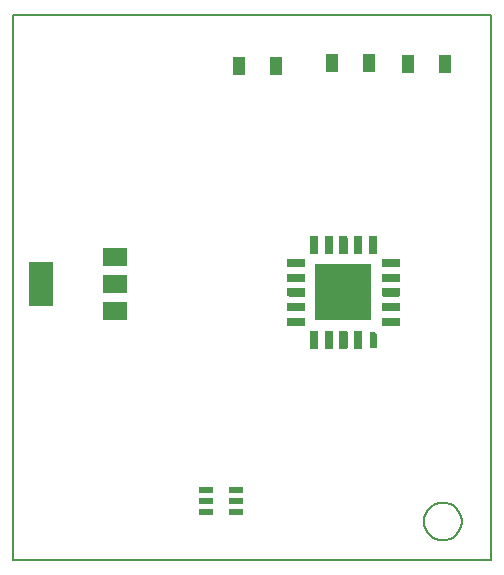
<source format=gbr>
G04 PROTEUS GERBER X2 FILE*
%TF.GenerationSoftware,Labcenter,Proteus,8.17-SP2-Build37159*%
%TF.CreationDate,2024-05-15T17:06:41+00:00*%
%TF.FileFunction,Paste,Bot*%
%TF.FilePolarity,Positive*%
%TF.Part,Single*%
%TF.SameCoordinates,{8e856c1c-122a-437a-bfc2-24db689c5e76}*%
%FSLAX45Y45*%
%MOMM*%
G01*
%TA.AperFunction,Material*%
%ADD60R,0.500000X0.500000*%
%ADD61R,0.800100X1.500000*%
%ADD62R,1.500000X0.800100*%
%ADD63R,4.800000X4.800000*%
%TA.AperFunction,Material*%
%ADD64R,2.032000X1.524000*%
%ADD65R,2.032000X3.810000*%
%TA.AperFunction,Material*%
%ADD66R,1.270000X0.558800*%
%TA.AperFunction,Material*%
%ADD67R,1.016000X1.524000*%
%TA.AperFunction,Profile*%
%ADD21C,0.150000*%
%TA.AperFunction,Material*%
%ADD53C,0.025400*%
%TD.AperFunction*%
%TA.AperFunction,Material*%
G36*
X+823000Y-205000D02*
X+823000Y-25000D01*
X+1003000Y-25000D01*
X+1003000Y-205000D01*
X+823000Y-205000D01*
G37*
%TD.AperFunction*%
%TA.AperFunction,Material*%
G36*
X+823000Y+45000D02*
X+823000Y+225000D01*
X+1003000Y+225000D01*
X+1003000Y+45000D01*
X+823000Y+45000D01*
G37*
%TD.AperFunction*%
%TA.AperFunction,Material*%
G36*
X+573000Y+45000D02*
X+573000Y+225000D01*
X+753000Y+225000D01*
X+753000Y+45000D01*
X+573000Y+45000D01*
G37*
%TD.AperFunction*%
%TA.AperFunction,Material*%
G36*
X+573000Y-205000D02*
X+573000Y-25000D01*
X+753000Y-25000D01*
X+753000Y-205000D01*
X+573000Y-205000D01*
G37*
%TD.AperFunction*%
%TA.AperFunction,Material*%
G36*
X+760000Y-453000D02*
X+760000Y-327000D01*
X+816000Y-327000D01*
X+816000Y-453000D01*
X+760000Y-453000D01*
G37*
%TD.AperFunction*%
%TA.AperFunction,Material*%
G36*
X+886000Y-453000D02*
X+886000Y-327000D01*
X+941000Y-327000D01*
X+941000Y-453000D01*
X+886000Y-453000D01*
G37*
%TD.AperFunction*%
%TA.AperFunction,Material*%
G36*
X+635000Y-453000D02*
X+635000Y-327000D01*
X+690000Y-327000D01*
X+690000Y-453000D01*
X+635000Y-453000D01*
G37*
%TD.AperFunction*%
%TA.AperFunction,Material*%
G36*
X+511000Y-453000D02*
X+511000Y-327000D01*
X+565496Y-327000D01*
X+565496Y-453000D01*
X+511000Y-453000D01*
G37*
%TD.AperFunction*%
%TA.AperFunction,Material*%
G36*
X+760000Y+347000D02*
X+760000Y+473000D01*
X+816000Y+473000D01*
X+816000Y+347000D01*
X+760000Y+347000D01*
G37*
%TD.AperFunction*%
%TA.AperFunction,Material*%
G36*
X+886000Y+347000D02*
X+886000Y+473000D01*
X+941000Y+473000D01*
X+941000Y+347000D01*
X+886000Y+347000D01*
G37*
%TD.AperFunction*%
%TA.AperFunction,Material*%
G36*
X+635000Y+347000D02*
X+635000Y+473000D01*
X+690000Y+473000D01*
X+690000Y+347000D01*
X+635000Y+347000D01*
G37*
%TD.AperFunction*%
%TA.AperFunction,Material*%
G36*
X+511000Y+347000D02*
X+511000Y+473000D01*
X+565496Y+473000D01*
X+565496Y+347000D01*
X+511000Y+347000D01*
G37*
%TD.AperFunction*%
%TA.AperFunction,Material*%
G36*
X+1010504Y+347000D02*
X+1010504Y+473000D01*
X+1065000Y+473000D01*
X+1065000Y+347000D01*
X+1010504Y+347000D01*
G37*
%TD.AperFunction*%
%TA.AperFunction,Material*%
G36*
X+325000Y-18000D02*
X+325000Y+38000D01*
X+451000Y+38000D01*
X+451000Y-18000D01*
X+325000Y-18000D01*
G37*
%TD.AperFunction*%
%TA.AperFunction,Material*%
G36*
X+325000Y-143000D02*
X+325000Y-88000D01*
X+451000Y-88000D01*
X+451000Y-143000D01*
X+325000Y-143000D01*
G37*
%TD.AperFunction*%
%TA.AperFunction,Material*%
G36*
X+325000Y-267000D02*
X+325000Y-212504D01*
X+451000Y-212504D01*
X+451000Y-267000D01*
X+325000Y-267000D01*
G37*
%TD.AperFunction*%
%TA.AperFunction,Material*%
G36*
X+325000Y+108000D02*
X+325000Y+163000D01*
X+451000Y+163000D01*
X+451000Y+108000D01*
X+325000Y+108000D01*
G37*
%TD.AperFunction*%
%TA.AperFunction,Material*%
G36*
X+325000Y+232504D02*
X+325000Y+287000D01*
X+451000Y+287000D01*
X+451000Y+232504D01*
X+325000Y+232504D01*
G37*
%TD.AperFunction*%
%TA.AperFunction,Material*%
G36*
X+1125000Y-18000D02*
X+1125000Y+38000D01*
X+1251000Y+38000D01*
X+1251000Y-18000D01*
X+1125000Y-18000D01*
G37*
%TD.AperFunction*%
%TA.AperFunction,Material*%
G36*
X+1125000Y-143000D02*
X+1125000Y-88000D01*
X+1251000Y-88000D01*
X+1251000Y-143000D01*
X+1125000Y-143000D01*
G37*
%TD.AperFunction*%
%TA.AperFunction,Material*%
G36*
X+1125000Y-267000D02*
X+1125000Y-212504D01*
X+1251000Y-212504D01*
X+1251000Y-267000D01*
X+1125000Y-267000D01*
G37*
%TD.AperFunction*%
%TA.AperFunction,Material*%
G36*
X+1125000Y+108000D02*
X+1125000Y+163000D01*
X+1251000Y+163000D01*
X+1251000Y+108000D01*
X+1125000Y+108000D01*
G37*
%TD.AperFunction*%
%TA.AperFunction,Material*%
G36*
X+1125000Y+232504D02*
X+1125000Y+287000D01*
X+1251000Y+287000D01*
X+1251000Y+232504D01*
X+1125000Y+232504D01*
G37*
%TD.AperFunction*%
%TA.AperFunction,Material*%
G36*
X+1010504Y-327000D02*
X+1010504Y-453000D01*
X+1065000Y-453000D01*
X+1065000Y-345000D01*
X+1048000Y-327000D01*
X+1010504Y-327000D01*
G37*
%TD.AperFunction*%
D60*
X+1038000Y-390000D03*
D61*
X+913000Y-390000D03*
X+788000Y-390000D03*
X+663000Y-390000D03*
X+538000Y-390000D03*
D62*
X+388000Y-240000D03*
X+388000Y-115000D03*
X+388000Y+10000D03*
X+388000Y+135000D03*
X+388000Y+260000D03*
D61*
X+538000Y+410000D03*
X+663000Y+410000D03*
X+788000Y+410000D03*
X+913000Y+410000D03*
X+1038000Y+410000D03*
D62*
X+1188000Y+260000D03*
X+1188000Y+135000D03*
X+1188000Y+10000D03*
X+1188000Y-115000D03*
X+1188000Y-240000D03*
D63*
X+788000Y+10000D03*
D64*
X-1145000Y+310140D03*
D65*
X-1774920Y+79000D03*
D64*
X-1145000Y+79000D03*
X-1145000Y-152140D03*
D66*
X-120000Y-1662000D03*
X-120000Y-1755980D03*
X-120000Y-1849960D03*
X-379080Y-1849960D03*
X-379080Y-1755980D03*
X-379080Y-1662000D03*
D67*
X-94960Y+1925000D03*
X+220000Y+1925000D03*
X+690000Y+1950000D03*
X+1004960Y+1950000D03*
X+1650000Y+1940000D03*
X+1335040Y+1940000D03*
D21*
X-2010000Y-2260000D02*
X+2040000Y-2260000D01*
X+2040000Y+2360000D01*
X-2010000Y+2360000D01*
X-2010000Y-2260000D01*
D53*
X+823000Y-205000D02*
X+1003000Y-205000D01*
X+1003000Y-25000D01*
X+823000Y-25000D01*
X+823000Y-205000D01*
X+823000Y+45000D02*
X+1003000Y+45000D01*
X+1003000Y+225000D01*
X+823000Y+225000D01*
X+823000Y+45000D01*
X+573000Y+45000D02*
X+753000Y+45000D01*
X+753000Y+225000D01*
X+573000Y+225000D01*
X+573000Y+45000D01*
X+573000Y-205000D02*
X+753000Y-205000D01*
X+753000Y-25000D01*
X+573000Y-25000D01*
X+573000Y-205000D01*
X+760000Y-453000D02*
X+816000Y-453000D01*
X+816000Y-327000D01*
X+760000Y-327000D01*
X+760000Y-453000D01*
X+886000Y-453000D02*
X+941000Y-453000D01*
X+941000Y-327000D01*
X+886000Y-327000D01*
X+886000Y-453000D01*
X+635000Y-453000D02*
X+690000Y-453000D01*
X+690000Y-327000D01*
X+635000Y-327000D01*
X+635000Y-453000D01*
X+511000Y-453000D02*
X+565496Y-453000D01*
X+565496Y-327000D01*
X+511000Y-327000D01*
X+511000Y-453000D01*
X+760000Y+347000D02*
X+816000Y+347000D01*
X+816000Y+473000D01*
X+760000Y+473000D01*
X+760000Y+347000D01*
X+886000Y+347000D02*
X+941000Y+347000D01*
X+941000Y+473000D01*
X+886000Y+473000D01*
X+886000Y+347000D01*
X+635000Y+347000D02*
X+690000Y+347000D01*
X+690000Y+473000D01*
X+635000Y+473000D01*
X+635000Y+347000D01*
X+511000Y+347000D02*
X+565496Y+347000D01*
X+565496Y+473000D01*
X+511000Y+473000D01*
X+511000Y+347000D01*
X+1010504Y+347000D02*
X+1065000Y+347000D01*
X+1065000Y+473000D01*
X+1010504Y+473000D01*
X+1010504Y+347000D01*
X+325000Y-18000D02*
X+451000Y-18000D01*
X+451000Y+38000D01*
X+325000Y+38000D01*
X+325000Y-18000D01*
X+325000Y-143000D02*
X+451000Y-143000D01*
X+451000Y-88000D01*
X+325000Y-88000D01*
X+325000Y-143000D01*
X+325000Y-267000D02*
X+451000Y-267000D01*
X+451000Y-212504D01*
X+325000Y-212504D01*
X+325000Y-267000D01*
X+325000Y+108000D02*
X+451000Y+108000D01*
X+451000Y+163000D01*
X+325000Y+163000D01*
X+325000Y+108000D01*
X+325000Y+232504D02*
X+451000Y+232504D01*
X+451000Y+287000D01*
X+325000Y+287000D01*
X+325000Y+232504D01*
X+1125000Y-18000D02*
X+1251000Y-18000D01*
X+1251000Y+38000D01*
X+1125000Y+38000D01*
X+1125000Y-18000D01*
X+1125000Y-143000D02*
X+1251000Y-143000D01*
X+1251000Y-88000D01*
X+1125000Y-88000D01*
X+1125000Y-143000D01*
X+1125000Y-267000D02*
X+1251000Y-267000D01*
X+1251000Y-212504D01*
X+1125000Y-212504D01*
X+1125000Y-267000D01*
X+1125000Y+108000D02*
X+1251000Y+108000D01*
X+1251000Y+163000D01*
X+1125000Y+163000D01*
X+1125000Y+108000D01*
X+1125000Y+232504D02*
X+1251000Y+232504D01*
X+1251000Y+287000D01*
X+1125000Y+287000D01*
X+1125000Y+232504D01*
X+1010504Y-327000D02*
X+1010504Y-453000D01*
X+1065000Y-453000D01*
X+1065000Y-345000D01*
X+1048000Y-327000D01*
X+1010504Y-327000D01*
D21*
X+1790312Y-1930000D02*
X+1789777Y-1916917D01*
X+1785433Y-1890749D01*
X+1776357Y-1864581D01*
X+1761574Y-1838413D01*
X+1738960Y-1812409D01*
X+1712792Y-1792721D01*
X+1686624Y-1780021D01*
X+1660456Y-1772608D01*
X+1634288Y-1769745D01*
X+1630000Y-1769688D01*
X+1469688Y-1930000D02*
X+1470223Y-1916917D01*
X+1474567Y-1890749D01*
X+1483643Y-1864581D01*
X+1498426Y-1838413D01*
X+1521040Y-1812409D01*
X+1547208Y-1792721D01*
X+1573376Y-1780021D01*
X+1599544Y-1772608D01*
X+1625712Y-1769745D01*
X+1630000Y-1769688D01*
X+1469688Y-1930000D02*
X+1470223Y-1943083D01*
X+1474567Y-1969251D01*
X+1483643Y-1995419D01*
X+1498426Y-2021587D01*
X+1521040Y-2047591D01*
X+1547208Y-2067279D01*
X+1573376Y-2079979D01*
X+1599544Y-2087392D01*
X+1625712Y-2090255D01*
X+1630000Y-2090312D01*
X+1790312Y-1930000D02*
X+1789777Y-1943083D01*
X+1785433Y-1969251D01*
X+1776357Y-1995419D01*
X+1761574Y-2021587D01*
X+1738960Y-2047591D01*
X+1712792Y-2067279D01*
X+1686624Y-2079979D01*
X+1660456Y-2087392D01*
X+1634288Y-2090255D01*
X+1630000Y-2090312D01*
M02*

</source>
